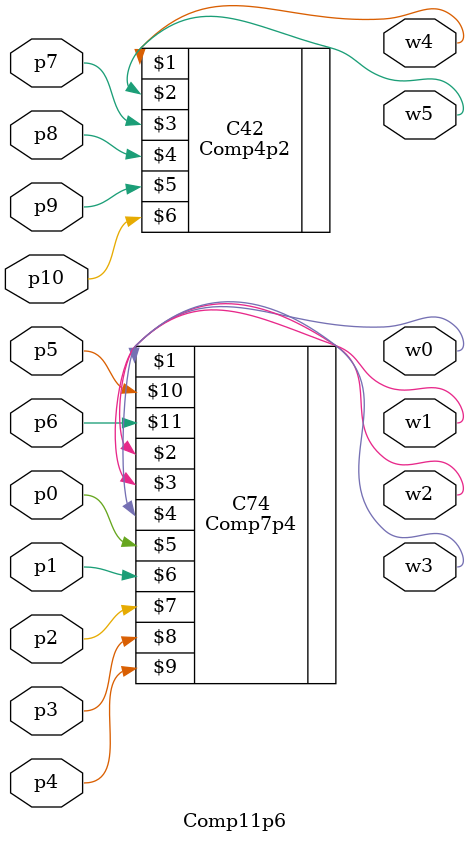
<source format=v>


module Comp11p6(w0, w1, w2, w3, w4, w5, p0, p1, p2, p3, p4, p5, p6, p7, p8, p9, p10);

input p0, p1, p2, p3, p4, p5, p6, p7, p8, p9, p10;
output w0, w1, w2, w3, w4, w5;

Comp7p4 C74(w0, w1, w2, w3, p0, p1, p2, p3, p4, p5, p6);
Comp4p2 C42(w4, w5, p7, p8, p9, p10);

endmodule

</source>
